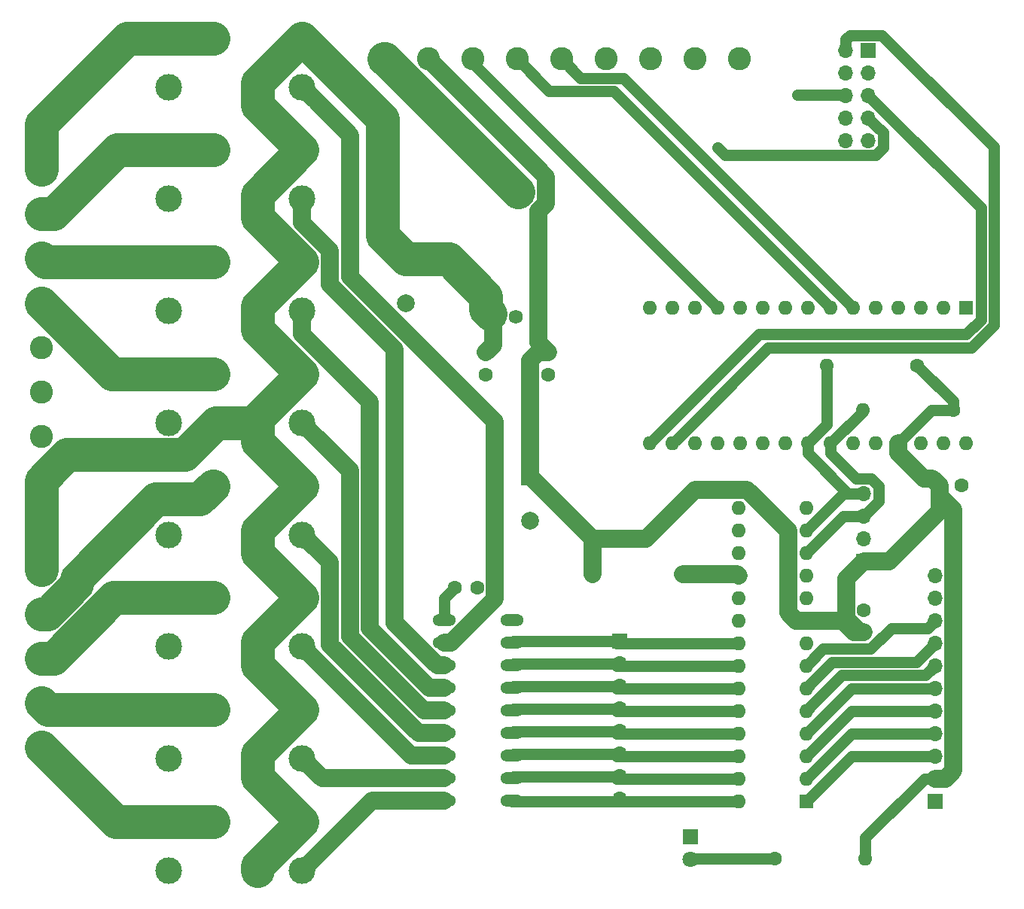
<source format=gbr>
G04 #@! TF.GenerationSoftware,KiCad,Pcbnew,(5.1.2)-2*
G04 #@! TF.CreationDate,2020-02-16T13:42:16-06:00*
G04 #@! TF.ProjectId,RC4,5243342e-6b69-4636-9164-5f7063625858,rev?*
G04 #@! TF.SameCoordinates,Original*
G04 #@! TF.FileFunction,Copper,L1,Top*
G04 #@! TF.FilePolarity,Positive*
%FSLAX46Y46*%
G04 Gerber Fmt 4.6, Leading zero omitted, Abs format (unit mm)*
G04 Created by KiCad (PCBNEW (5.1.2)-2) date 2020-02-16 13:42:16*
%MOMM*%
%LPD*%
G04 APERTURE LIST*
%ADD10O,1.700000X1.700000*%
%ADD11R,1.700000X1.700000*%
%ADD12C,2.600000*%
%ADD13R,2.600000X2.600000*%
%ADD14C,1.600000*%
%ADD15O,1.600000X1.600000*%
%ADD16R,1.600000X1.600000*%
%ADD17C,1.590000*%
%ADD18C,2.500000*%
%ADD19C,3.000000*%
%ADD20O,2.641600X1.320800*%
%ADD21C,1.800000*%
%ADD22R,1.800000X1.800000*%
%ADD23C,2.000000*%
%ADD24R,2.000000X2.000000*%
%ADD25C,0.800000*%
%ADD26C,1.270000*%
%ADD27C,2.032000*%
%ADD28C,3.810000*%
G04 APERTURE END LIST*
D10*
X121000000Y-138280000D03*
X121000000Y-135740000D03*
X121000000Y-133200000D03*
X121000000Y-130660000D03*
X121000000Y-128120000D03*
X121000000Y-125580000D03*
X121000000Y-123040000D03*
D11*
X121000000Y-120500000D03*
D12*
X134500000Y-55000000D03*
X129500000Y-55000000D03*
X124500000Y-55000000D03*
X119500000Y-55000000D03*
X114500000Y-55000000D03*
X109500000Y-55000000D03*
X104500000Y-55000000D03*
X99500000Y-55000000D03*
D13*
X94500000Y-55000000D03*
D12*
X56000000Y-132449000D03*
X56000000Y-127449000D03*
X56000000Y-122449000D03*
X56000000Y-117449000D03*
X56000000Y-112449000D03*
X56000000Y-107449000D03*
X56000000Y-102449000D03*
X56000000Y-97449000D03*
X56000000Y-92449000D03*
X56000000Y-87449000D03*
X56000000Y-82449000D03*
X56000000Y-77449000D03*
X56000000Y-72449000D03*
D13*
X56000000Y-67449000D03*
D10*
X148500000Y-103880000D03*
X148500000Y-106420000D03*
X148500000Y-108960000D03*
D11*
X148500000Y-111500000D03*
D10*
X146460000Y-64160000D03*
X149000000Y-64160000D03*
X146460000Y-61620000D03*
X149000000Y-61620000D03*
X146460000Y-59080000D03*
X149000000Y-59080000D03*
X146460000Y-56540000D03*
X149000000Y-56540000D03*
X146460000Y-54000000D03*
D11*
X149000000Y-54000000D03*
D14*
X106000000Y-90500000D03*
X106000000Y-88000000D03*
X113000000Y-90500000D03*
X113000000Y-88000000D03*
D15*
X134380000Y-138500000D03*
X142000000Y-105480000D03*
X134380000Y-135960000D03*
X142000000Y-108020000D03*
X134380000Y-133420000D03*
X142000000Y-110560000D03*
X134380000Y-130880000D03*
X142000000Y-113100000D03*
X134380000Y-128340000D03*
X142000000Y-115640000D03*
X134380000Y-125800000D03*
X142000000Y-118180000D03*
X134380000Y-123260000D03*
X142000000Y-120720000D03*
X134380000Y-120720000D03*
X142000000Y-123260000D03*
X134380000Y-118180000D03*
X142000000Y-125800000D03*
X134380000Y-115640000D03*
X142000000Y-128340000D03*
X134380000Y-113100000D03*
X142000000Y-130880000D03*
X134380000Y-110560000D03*
X142000000Y-133420000D03*
X134380000Y-108020000D03*
X142000000Y-135960000D03*
X134380000Y-105480000D03*
D16*
X142000000Y-138500000D03*
D15*
X144340000Y-89500000D03*
D14*
X154500000Y-89500000D03*
D15*
X148340000Y-94500000D03*
D14*
X158500000Y-94500000D03*
D15*
X128160000Y-113000000D03*
D14*
X118000000Y-113000000D03*
D15*
X148660000Y-145000000D03*
D14*
X138500000Y-145000000D03*
X159500000Y-103000000D03*
X157000000Y-103000000D03*
D15*
X124440000Y-98240000D03*
X124440000Y-83000000D03*
X160000000Y-98240000D03*
X126980000Y-83000000D03*
X157460000Y-98240000D03*
X129520000Y-83000000D03*
X154920000Y-98240000D03*
X132060000Y-83000000D03*
X152380000Y-98240000D03*
X134600000Y-83000000D03*
X149840000Y-98240000D03*
X137140000Y-83000000D03*
X147300000Y-98240000D03*
X139680000Y-83000000D03*
X144760000Y-98240000D03*
X142220000Y-83000000D03*
X142220000Y-98240000D03*
X144760000Y-83000000D03*
X139680000Y-98240000D03*
X147300000Y-83000000D03*
X137140000Y-98240000D03*
X149840000Y-83000000D03*
X134600000Y-98240000D03*
X152380000Y-83000000D03*
X132060000Y-98240000D03*
X154920000Y-83000000D03*
X129520000Y-98240000D03*
X157460000Y-83000000D03*
X126980000Y-98240000D03*
D16*
X160000000Y-83000000D03*
D14*
X102500000Y-114500000D03*
X105000000Y-114500000D03*
D17*
X111916800Y-84000000D03*
X109376800Y-84000000D03*
X106836800Y-84000000D03*
D18*
X94380000Y-70000000D03*
X109620000Y-70000000D03*
D19*
X75328000Y-65257142D03*
X70328000Y-70757142D03*
X80328000Y-70757142D03*
X85328000Y-70757142D03*
X85328000Y-65257142D03*
X75328000Y-140804000D03*
X70328000Y-146304000D03*
X80328000Y-146304000D03*
X85328000Y-146304000D03*
X85328000Y-140804000D03*
X75328000Y-128212852D03*
X70328000Y-133712852D03*
X80328000Y-133712852D03*
X85328000Y-133712852D03*
X85328000Y-128212852D03*
X75328000Y-115621710D03*
X70328000Y-121121710D03*
X80328000Y-121121710D03*
X85328000Y-121121710D03*
X85328000Y-115621710D03*
X75328000Y-103030568D03*
X70328000Y-108530568D03*
X80328000Y-108530568D03*
X85328000Y-108530568D03*
X85328000Y-103030568D03*
X75328000Y-90439426D03*
X70328000Y-95939426D03*
X80328000Y-95939426D03*
X85328000Y-95939426D03*
X85328000Y-90439426D03*
X75328000Y-77848284D03*
X70328000Y-83348284D03*
X80328000Y-83348284D03*
X85328000Y-83348284D03*
X85328000Y-77848284D03*
X75328000Y-52666000D03*
X70328000Y-58166000D03*
X80328000Y-58166000D03*
X85328000Y-58166000D03*
X85328000Y-52666000D03*
D20*
X101282000Y-138490000D03*
X101282000Y-135950000D03*
X101282000Y-133410000D03*
X101282000Y-130870000D03*
X101282000Y-128330000D03*
X101282000Y-125790000D03*
X101282000Y-123250000D03*
X101282000Y-120710000D03*
X101282000Y-118170000D03*
X108902000Y-118170000D03*
X108902000Y-128330000D03*
X108902000Y-125790000D03*
X108902000Y-130870000D03*
X108902000Y-133410000D03*
X108902000Y-120710000D03*
X108902000Y-123250000D03*
X108902000Y-135950000D03*
X108902000Y-138490000D03*
D21*
X129000000Y-145040000D03*
D22*
X129000000Y-142500000D03*
D14*
X148500000Y-117000000D03*
X148500000Y-119500000D03*
D23*
X97000000Y-82500000D03*
D24*
X97000000Y-77500000D03*
D23*
X111000000Y-107000000D03*
D24*
X111000000Y-102000000D03*
D10*
X156500000Y-113100000D03*
X156500000Y-115640000D03*
X156500000Y-118180000D03*
X156500000Y-120720000D03*
X156500000Y-123260000D03*
X156500000Y-125800000D03*
X156500000Y-128340000D03*
X156500000Y-130880000D03*
X156500000Y-133420000D03*
X156500000Y-135960000D03*
D11*
X156500000Y-138500000D03*
D25*
X132000000Y-65000000D03*
X141000000Y-59000000D03*
D26*
X136680000Y-86000000D02*
X124440000Y-98240000D01*
X160000000Y-86000000D02*
X136680000Y-86000000D01*
X161635001Y-84364999D02*
X160000000Y-86000000D01*
X149000000Y-59080000D02*
X161635001Y-71715001D01*
X161635001Y-71715001D02*
X161635001Y-84364999D01*
X149849999Y-62469999D02*
X149000000Y-61620000D01*
X150685001Y-63305001D02*
X149849999Y-62469999D01*
X150685001Y-64968801D02*
X150685001Y-63305001D01*
X149808801Y-65845001D02*
X150685001Y-64968801D01*
X132845001Y-65845001D02*
X149808801Y-65845001D01*
X132000000Y-65000000D02*
X132845001Y-65845001D01*
X146380000Y-59000000D02*
X146460000Y-59080000D01*
X141000000Y-59000000D02*
X146380000Y-59000000D01*
X104500000Y-55440000D02*
X104500000Y-55000000D01*
X132060000Y-83000000D02*
X104500000Y-55440000D01*
X149349999Y-105570001D02*
X148500000Y-106420000D01*
X150185001Y-103071199D02*
X150185001Y-104734999D01*
X149308801Y-102194999D02*
X150185001Y-103071199D01*
X147583629Y-102194999D02*
X149308801Y-102194999D01*
X144760000Y-98240000D02*
X144760000Y-99371370D01*
X144760000Y-99371370D02*
X147583629Y-102194999D01*
X150185001Y-104734999D02*
X149349999Y-105570001D01*
X146140000Y-106420000D02*
X142000000Y-110560000D01*
X148500000Y-106420000D02*
X146140000Y-106420000D01*
X148340000Y-94660000D02*
X144760000Y-98240000D01*
X148340000Y-94500000D02*
X148340000Y-94660000D01*
X142220000Y-99371370D02*
X146728630Y-103880000D01*
X147297919Y-103880000D02*
X148500000Y-103880000D01*
X142220000Y-98240000D02*
X142220000Y-99371370D01*
X146728630Y-103880000D02*
X147297919Y-103880000D01*
X146140000Y-103880000D02*
X142000000Y-108020000D01*
X148500000Y-103880000D02*
X146140000Y-103880000D01*
X144340000Y-96120000D02*
X142220000Y-98240000D01*
X144340000Y-89500000D02*
X144340000Y-96120000D01*
X120365012Y-58605012D02*
X143960001Y-82200001D01*
X143960001Y-82200001D02*
X144760000Y-83000000D01*
X113105012Y-58605012D02*
X120365012Y-58605012D01*
X109500000Y-55000000D02*
X113105012Y-58605012D01*
X146500001Y-82200001D02*
X147300000Y-83000000D01*
X121435001Y-57135001D02*
X146500001Y-82200001D01*
X116635001Y-57135001D02*
X121435001Y-57135001D01*
X114500000Y-55000000D02*
X116635001Y-57135001D01*
X127610000Y-97610000D02*
X126980000Y-98240000D01*
X137749989Y-87470011D02*
X127610000Y-97610000D01*
X160608898Y-87470011D02*
X137749989Y-87470011D01*
X146460000Y-54000000D02*
X146460000Y-52797919D01*
X146942920Y-52314999D02*
X150518001Y-52314999D01*
X146460000Y-52797919D02*
X146942920Y-52314999D01*
X150518001Y-52314999D02*
X163105012Y-64902010D01*
X163105012Y-64902010D02*
X163105012Y-84973897D01*
X163105012Y-84973897D02*
X160608898Y-87470011D01*
D27*
X111916800Y-86916800D02*
X113000000Y-88000000D01*
X111916800Y-84000000D02*
X111916800Y-86916800D01*
X112741009Y-68241009D02*
X99500000Y-55000000D01*
X112741009Y-71292765D02*
X112741009Y-68241009D01*
X111916800Y-72116974D02*
X112741009Y-71292765D01*
X111916800Y-84000000D02*
X111916800Y-72116974D01*
X111000000Y-98968000D02*
X111000000Y-102000000D01*
X110983999Y-98951999D02*
X111000000Y-98968000D01*
X110983999Y-88884631D02*
X110983999Y-98951999D01*
X111868630Y-88000000D02*
X110983999Y-88884631D01*
X113000000Y-88000000D02*
X111868630Y-88000000D01*
X140868630Y-118180000D02*
X142000000Y-118180000D01*
X139983999Y-117295369D02*
X140868630Y-118180000D01*
X139983999Y-108100317D02*
X139983999Y-117295369D01*
X135347681Y-103463999D02*
X139983999Y-108100317D01*
X129536001Y-103463999D02*
X135347681Y-103463999D01*
X148016318Y-119500000D02*
X148500000Y-119500000D01*
X146696318Y-118180000D02*
X148016318Y-119500000D01*
X142000000Y-118180000D02*
X146696318Y-118180000D01*
X146483999Y-113516001D02*
X148500000Y-111500000D01*
X146483999Y-118615369D02*
X146483999Y-113516001D01*
X147368630Y-119500000D02*
X146483999Y-118615369D01*
X148500000Y-119500000D02*
X147368630Y-119500000D01*
X157000000Y-105882000D02*
X157000000Y-104131370D01*
X151382000Y-111500000D02*
X157000000Y-105882000D01*
X148500000Y-111500000D02*
X151382000Y-111500000D01*
X157702081Y-135960000D02*
X156500000Y-135960000D01*
X158566001Y-135096080D02*
X157702081Y-135960000D01*
X158566001Y-105697371D02*
X158566001Y-135096080D01*
X157000000Y-104131370D02*
X158566001Y-105697371D01*
X157000000Y-103000000D02*
X157000000Y-104131370D01*
X152380000Y-99371370D02*
X152380000Y-98240000D01*
X155208631Y-102200001D02*
X152380000Y-99371370D01*
X156200001Y-102200001D02*
X155208631Y-102200001D01*
X157000000Y-103000000D02*
X156200001Y-102200001D01*
D26*
X148660000Y-143868630D02*
X148660000Y-145000000D01*
X148660000Y-142597919D02*
X148660000Y-143868630D01*
X155297919Y-135960000D02*
X148660000Y-142597919D01*
X156500000Y-135960000D02*
X155297919Y-135960000D01*
X156120000Y-94500000D02*
X158500000Y-94500000D01*
X152380000Y-98240000D02*
X156120000Y-94500000D01*
X158500000Y-93500000D02*
X154500000Y-89500000D01*
X158500000Y-94500000D02*
X158500000Y-93500000D01*
D27*
X118000000Y-109000000D02*
X118000000Y-113000000D01*
X111000000Y-102000000D02*
X118000000Y-109000000D01*
X124000000Y-109000000D02*
X129536001Y-103463999D01*
X118000000Y-109000000D02*
X124000000Y-109000000D01*
D28*
X80328000Y-57666000D02*
X80328000Y-58166000D01*
X85328000Y-52666000D02*
X80328000Y-57666000D01*
X80328000Y-60257142D02*
X85328000Y-65257142D01*
X80328000Y-58166000D02*
X80328000Y-60257142D01*
X80328000Y-70257142D02*
X80328000Y-70757142D01*
X85328000Y-65257142D02*
X80328000Y-70257142D01*
X80328000Y-72848284D02*
X85328000Y-77848284D01*
X80328000Y-70757142D02*
X80328000Y-72848284D01*
X80328000Y-82848284D02*
X80328000Y-83348284D01*
X85328000Y-77848284D02*
X80328000Y-82848284D01*
X80328000Y-85439426D02*
X85328000Y-90439426D01*
X80328000Y-83348284D02*
X80328000Y-85439426D01*
X80328000Y-95439426D02*
X80328000Y-95939426D01*
X85328000Y-90439426D02*
X80328000Y-95439426D01*
X80328000Y-98030568D02*
X85328000Y-103030568D01*
X80328000Y-95939426D02*
X80328000Y-98030568D01*
X80328000Y-108030568D02*
X80328000Y-108530568D01*
X85328000Y-103030568D02*
X80328000Y-108030568D01*
X80328000Y-110621710D02*
X85328000Y-115621710D01*
X80328000Y-108530568D02*
X80328000Y-110621710D01*
X80328000Y-120621710D02*
X80328000Y-121121710D01*
X85328000Y-115621710D02*
X80328000Y-120621710D01*
X80328000Y-123212852D02*
X85328000Y-128212852D01*
X80328000Y-121121710D02*
X80328000Y-123212852D01*
X80328000Y-133212852D02*
X80328000Y-133712852D01*
X85328000Y-128212852D02*
X80328000Y-133212852D01*
X80328000Y-135804000D02*
X85328000Y-140804000D01*
X80328000Y-133712852D02*
X80328000Y-135804000D01*
X80328000Y-145804000D02*
X80328000Y-146304000D01*
X85328000Y-140804000D02*
X80328000Y-145804000D01*
X94380000Y-74880000D02*
X97000000Y-77500000D01*
X94380000Y-70000000D02*
X94380000Y-74880000D01*
X94380000Y-61718000D02*
X85328000Y-52666000D01*
X94380000Y-70000000D02*
X94380000Y-61718000D01*
X101810000Y-77500000D02*
X106000000Y-81690000D01*
X97000000Y-77500000D02*
X101810000Y-77500000D01*
X106000000Y-83163200D02*
X106476799Y-83639999D01*
X106000000Y-81690000D02*
X106000000Y-83163200D01*
D27*
X106799999Y-83963199D02*
X106000000Y-83163200D01*
X106799999Y-87200001D02*
X106799999Y-83963199D01*
X106000000Y-88000000D02*
X106799999Y-87200001D01*
D26*
X101282000Y-115718000D02*
X102500000Y-114500000D01*
X101282000Y-118170000D02*
X101282000Y-115718000D01*
D28*
X57299999Y-101149001D02*
X56000000Y-102449000D01*
X72058401Y-99544427D02*
X58904573Y-99544427D01*
X75663402Y-95939426D02*
X72058401Y-99544427D01*
X80328000Y-95939426D02*
X75663402Y-95939426D01*
X58904573Y-99544427D02*
X57299999Y-101149001D01*
X56000000Y-102449000D02*
X56000000Y-107449000D01*
X56000000Y-107449000D02*
X56000000Y-112449000D01*
D26*
X129040000Y-145000000D02*
X129000000Y-145040000D01*
X138500000Y-145000000D02*
X129040000Y-145000000D01*
D28*
X94620000Y-55000000D02*
X109620000Y-70000000D01*
X94500000Y-55000000D02*
X94620000Y-55000000D01*
D27*
X93142000Y-138490000D02*
X85328000Y-146304000D01*
X101282000Y-138490000D02*
X93142000Y-138490000D01*
X87565148Y-135950000D02*
X85328000Y-133712852D01*
X101282000Y-135950000D02*
X87565148Y-135950000D01*
X86827999Y-122621709D02*
X85328000Y-121121710D01*
X97616290Y-133410000D02*
X86827999Y-122621709D01*
X101282000Y-133410000D02*
X97616290Y-133410000D01*
X101282000Y-130870000D02*
X98400380Y-130870000D01*
X98400380Y-130870000D02*
X88449005Y-120918625D01*
X88449005Y-111651573D02*
X86827999Y-110030567D01*
X88449005Y-120918625D02*
X88449005Y-111651573D01*
X86827999Y-110030567D02*
X85328000Y-108530568D01*
X90681016Y-119994096D02*
X90681016Y-101292442D01*
X86827999Y-97439425D02*
X85328000Y-95939426D01*
X99016920Y-128330000D02*
X90681016Y-119994096D01*
X101282000Y-128330000D02*
X99016920Y-128330000D01*
X90681016Y-101292442D02*
X86827999Y-97439425D01*
X99633460Y-125790000D02*
X92913027Y-119069567D01*
X85328000Y-85984540D02*
X85328000Y-85469604D01*
X92913027Y-119069567D02*
X92913027Y-93569567D01*
X85328000Y-85469604D02*
X85328000Y-83348284D01*
X101282000Y-125790000D02*
X99633460Y-125790000D01*
X92913027Y-93569567D02*
X85328000Y-85984540D01*
X100507956Y-123250000D02*
X95757956Y-118500000D01*
X101282000Y-123250000D02*
X100507956Y-123250000D01*
X85328000Y-73434510D02*
X85328000Y-70757142D01*
X88449009Y-80385231D02*
X88449009Y-76555519D01*
X95757956Y-118500000D02*
X95757956Y-87694178D01*
X95757956Y-87694178D02*
X88449009Y-80385231D01*
X88449009Y-76555519D02*
X85328000Y-73434510D01*
X102056044Y-120710000D02*
X107016001Y-115750043D01*
X107016001Y-95795683D02*
X90732011Y-79511693D01*
X90732011Y-63570011D02*
X86827999Y-59665999D01*
X90732011Y-79511693D02*
X90732011Y-63570011D01*
X101282000Y-120710000D02*
X102056044Y-120710000D01*
X107016001Y-115750043D02*
X107016001Y-95795683D01*
X86827999Y-59665999D02*
X85328000Y-58166000D01*
D26*
X120720000Y-128340000D02*
X120500000Y-128120000D01*
X134380000Y-128340000D02*
X120720000Y-128340000D01*
X109112000Y-128120000D02*
X108902000Y-128330000D01*
X120500000Y-128120000D02*
X109112000Y-128120000D01*
X120720000Y-125800000D02*
X120500000Y-125580000D01*
X134380000Y-125800000D02*
X120720000Y-125800000D01*
X109112000Y-125580000D02*
X108902000Y-125790000D01*
X120500000Y-125580000D02*
X109112000Y-125580000D01*
X120720000Y-130880000D02*
X120500000Y-130660000D01*
X134380000Y-130880000D02*
X120720000Y-130880000D01*
X109112000Y-130660000D02*
X108902000Y-130870000D01*
X120500000Y-130660000D02*
X109112000Y-130660000D01*
X120720000Y-133420000D02*
X120500000Y-133200000D01*
X134380000Y-133420000D02*
X120720000Y-133420000D01*
X109112000Y-133200000D02*
X108902000Y-133410000D01*
X120500000Y-133200000D02*
X109112000Y-133200000D01*
X120720000Y-120720000D02*
X120500000Y-120500000D01*
X134380000Y-120720000D02*
X120720000Y-120720000D01*
X109112000Y-120500000D02*
X108902000Y-120710000D01*
X120500000Y-120500000D02*
X109112000Y-120500000D01*
X120720000Y-123260000D02*
X120500000Y-123040000D01*
X134380000Y-123260000D02*
X120720000Y-123260000D01*
X109112000Y-123040000D02*
X108902000Y-123250000D01*
X120500000Y-123040000D02*
X109112000Y-123040000D01*
X120720000Y-135960000D02*
X120500000Y-135740000D01*
X134380000Y-135960000D02*
X120720000Y-135960000D01*
X109112000Y-135740000D02*
X108902000Y-135950000D01*
X120500000Y-135740000D02*
X109112000Y-135740000D01*
X108912000Y-138500000D02*
X108902000Y-138490000D01*
X134380000Y-138500000D02*
X108912000Y-138500000D01*
D28*
X64355000Y-140804000D02*
X56000000Y-132449000D01*
X75328000Y-140804000D02*
X64355000Y-140804000D01*
X63990426Y-90439426D02*
X56000000Y-82449000D01*
X75328000Y-90439426D02*
X63990426Y-90439426D01*
X56399284Y-77848284D02*
X56000000Y-77449000D01*
X75328000Y-77848284D02*
X56399284Y-77848284D01*
X57389002Y-72449000D02*
X56000000Y-72449000D01*
X64580860Y-65257142D02*
X57389002Y-72449000D01*
X75328000Y-65257142D02*
X64580860Y-65257142D01*
D27*
X134280000Y-113000000D02*
X134380000Y-113100000D01*
X128160000Y-113000000D02*
X134280000Y-113000000D01*
D28*
X56000000Y-62339000D02*
X56000000Y-67449000D01*
X65673000Y-52666000D02*
X56000000Y-62339000D01*
X75328000Y-52666000D02*
X65673000Y-52666000D01*
D26*
X143908991Y-121351010D02*
X142000000Y-123260000D01*
X149266713Y-121351010D02*
X143908991Y-121351010D01*
X151587724Y-119029999D02*
X149266713Y-121351010D01*
X155650001Y-119029999D02*
X151587724Y-119029999D01*
X156500000Y-118180000D02*
X155650001Y-119029999D01*
X156500000Y-120720000D02*
X154360022Y-122859978D01*
X144940022Y-122859978D02*
X142799999Y-125000001D01*
X142799999Y-125000001D02*
X142000000Y-125800000D01*
X154360022Y-122859978D02*
X144940022Y-122859978D01*
X156500000Y-123260000D02*
X155430011Y-124329989D01*
X142799999Y-127540001D02*
X142000000Y-128340000D01*
X146010011Y-124329989D02*
X142799999Y-127540001D01*
X155430011Y-124329989D02*
X146010011Y-124329989D01*
X147080000Y-125800000D02*
X142000000Y-130880000D01*
X156500000Y-125800000D02*
X147080000Y-125800000D01*
X147080000Y-128340000D02*
X142000000Y-133420000D01*
X156500000Y-128340000D02*
X147080000Y-128340000D01*
X147080000Y-130880000D02*
X142000000Y-135960000D01*
X156500000Y-130880000D02*
X147080000Y-130880000D01*
X147080000Y-133420000D02*
X142000000Y-138500000D01*
X156500000Y-133420000D02*
X147080000Y-133420000D01*
D28*
X75328000Y-103030568D02*
X73828001Y-104530567D01*
X73828001Y-104530567D02*
X68918433Y-104530567D01*
X56671011Y-117449000D02*
X56000000Y-117449000D01*
X60010011Y-114110000D02*
X56671011Y-117449000D01*
X60010011Y-113438989D02*
X60010011Y-114110000D01*
X68918433Y-104530567D02*
X60010011Y-113438989D01*
X56763852Y-128212852D02*
X56000000Y-127449000D01*
X75328000Y-128212852D02*
X56763852Y-128212852D01*
X75328000Y-115621710D02*
X64169312Y-115621710D01*
X57342022Y-122449000D02*
X56000000Y-122449000D01*
X64169312Y-115621710D02*
X57342022Y-122449000D01*
M02*

</source>
